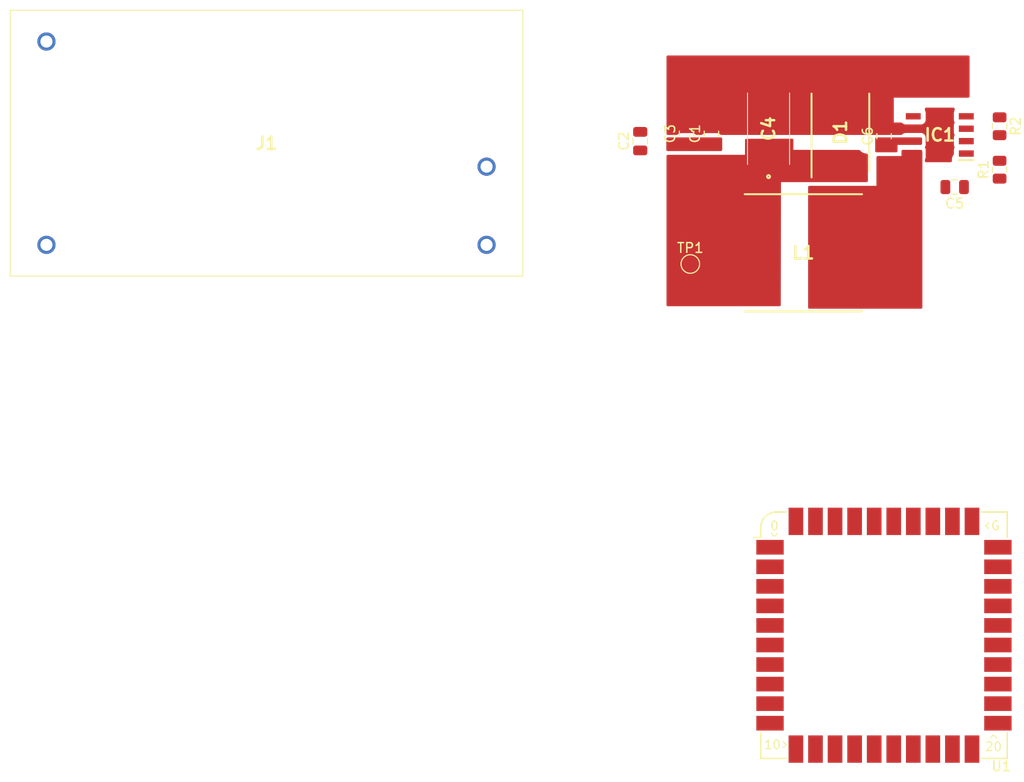
<source format=kicad_pcb>
(kicad_pcb (version 20211014) (generator pcbnew)
  (layers (0 "F.Cu" signal) (31 "B.Cu" signal) (34 "B.Paste" user) (35 "F.Paste" user) (36 "B.SilkS" user "B.Silkscreen") (37 "F.SilkS" user "F.Silkscreen") (38 "B.Mask" user) (39 "F.Mask" user) (44 "Edge.Cuts" user))
  (net 0 "")
  (net 1 "24V")
  (net 2 "GND")
  (net 3 "5V")
  (net 4 "Net-(C5-Pad1)")
  (net 5 "/5Vunf")
  (net 8 "Net-(IC1-Pad4)")
  (net 10 "L1")
  (net 11 "N")
  (footprint "SamacSys_Parts:SOIC127P600X170-9N" (layer "F.Cu") (at 151.137 77.955 180)
    (fp_text reference "IC1" (at 0 0) (layer "F.SilkS") (effects (font (size 1.27 1.27) (thickness 0.254))))
    (fp_text value "TPS5450DDA" hide)
    (fp_line (start -3.475 -2.58) (end -1.95 -2.58) (layer "F.SilkS") (width 0.2))
    (pad "1" smd rect locked (at -2.712 -1.905 270) (size 0.65 1.525) (layers "F.Cu" "F.Paste" "F.Mask") (net 4 "Net-(C5-Pad1)"))
    (pad "2" smd rect locked (at -2.712 -0.635 270) (size 0.65 1.525) (layers "F.Cu" "F.Paste" "F.Mask"))
    (pad "3" smd rect locked (at -2.712 0.635 270) (size 0.65 1.525) (layers "F.Cu" "F.Paste" "F.Mask"))
    (pad "4" smd rect locked (at -2.712 1.905 270) (size 0.65 1.525) (layers "F.Cu" "F.Paste" "F.Mask") (net 8 "Net-(IC1-Pad4)"))
    (pad "5" smd rect locked (at 2.712 1.905 270) (size 0.65 1.525) (layers "F.Cu" "F.Paste" "F.Mask"))
    (pad "6" smd rect locked (at 2.712 0.635 270) (size 0.65 1.525) (layers "F.Cu" "F.Paste" "F.Mask") (net 2 "GND"))
    (pad "7" smd rect locked (at 2.712 -0.635 270) (size 0.65 1.525) (layers "F.Cu" "F.Paste" "F.Mask") (net 1 "24V"))
    (pad "8" smd rect locked (at 2.712 -1.905 270) (size 0.65 1.525) (layers "F.Cu" "F.Paste" "F.Mask") (net 5 "/5Vunf"))
    (pad "9" smd rect locked (at 0 0 180) (size 2.6 3.1) (layers "F.Cu" "F.Paste" "F.Mask") (net 2 "GND"))
  )
  (footprint "Capacitor_SMD:C_0805_2012Metric" (layer "F.Cu") (at 127.789 77.828 90)
    (fp_text reference "C1" (at 0 -1.68 90) (layer "F.SilkS"))
    (fp_text value "4.7uF")
    (fp_line (start -0.261252 0.735) (end 0.261252 0.735) (layer "F.SilkS") (width 0.12))
    (fp_line (start -0.261252 -0.735) (end 0.261252 -0.735) (layer "F.SilkS") (width 0.12))
    (pad "1" smd roundrect (at -0.95 0 90) (size 1 1.45) (layers "F.Cu" "F.Paste" "F.Mask") (net 1 "24V"))
    (pad "2" smd roundrect (at 0.95 0 90) (size 1 1.45) (layers "F.Cu" "F.Paste" "F.Mask") (net 2 "GND"))
  )
  (footprint "SamacSys_Parts:DIOM7959X250N" (layer "F.Cu") (at 140.977 77.701 90)
    (fp_text reference "D1" (at 0 0 90) (layer "F.SilkS") (effects (font (size 1.27 1.27) (thickness 0.254))))
    (fp_text value "B540C" hide)
    (fp_line (start 3.97 -2.952) (end -4.6 -2.952) (layer "F.SilkS") (width 0.2))
    (fp_line (start -3.97 2.952) (end 3.97 2.952) (layer "F.SilkS") (width 0.2))
    (pad "1" smd rect locked (at -3.5 0 90) (size 2.2 3.1) (layers "F.Cu" "F.Paste" "F.Mask") (net 3 "5V"))
    (pad "2" smd rect locked (at 3.5 0 90) (size 2.2 3.1) (layers "F.Cu" "F.Paste" "F.Mask") (net 2 "GND"))
  )
  (footprint "Resistor_SMD:R_0805_2012Metric" (layer "F.Cu") (at 157.253 77.066 -90)
    (fp_text reference "R2" (at 0 -1.65 90) (layer "F.SilkS"))
    (fp_text value "10k")
    (fp_line (start -0.227064 0.735) (end 0.227064 0.735) (layer "F.SilkS") (width 0.12))
    (fp_line (start -0.227064 -0.735) (end 0.227064 -0.735) (layer "F.SilkS") (width 0.12))
    (pad "1" smd roundrect (at -0.9125 0 270) (size 1.025 1.4) (layers "F.Cu" "F.Paste" "F.Mask") (roundrect_rratio 0.243902439) (net 8 "Net-(IC1-Pad4)"))
    (pad "2" smd roundrect (at 0.9125 0 270) (size 1.025 1.4) (layers "F.Cu" "F.Paste" "F.Mask") (roundrect_rratio 0.243902439) (net 3 "5V"))
  )
  (footprint "TestPoint:TestPoint_Pad_D1.5mm" (layer "F.Cu") (at 125.63 91.16)
    (fp_text reference "TP1" (at 0 -1.648) (layer "F.SilkS"))
    (fp_text value "5V")
    (fp_circle (center 0 0) (end 0 0.95) (layer "F.SilkS") (width 0.12) (fill none))
    (pad "1" smd circle (at 0 0) (size 1.5 1.5) (layers "F.Cu" "F.Mask") (net 3 "5V"))
  )
  (footprint "Capacitor_SMD:C_0805_2012Metric" (layer "F.Cu") (at 120.51 78.59 90)
    (fp_text reference "C2" (at 0 -1.68 90) (layer "F.SilkS"))
    (fp_text value "0.01uF")
    (fp_line (start -0.261252 0.735) (end 0.261252 0.735) (layer "F.SilkS") (width 0.12))
    (fp_line (start -0.261252 -0.735) (end 0.261252 -0.735) (layer "F.SilkS") (width 0.12))
    (pad "1" smd roundrect (at -0.95 0 90) (size 1 1.45) (layers "F.Cu" "F.Paste" "F.Mask") (net 3 "5V"))
    (pad "2" smd roundrect (at 0.95 0 90) (size 1 1.45) (layers "F.Cu" "F.Paste" "F.Mask") (net 2 "GND"))
  )
  (footprint "SamacSys_Parts:INDPM120120X800N" (layer "F.Cu") (at 137.187 90.02 180)
    (fp_text reference "L1" (at 0 0) (layer "F.SilkS") (effects (font (size 1.27 1.27) (thickness 0.254))))
    (fp_text value "15uH" hide)
    (fp_line (start -6 6) (end 6 6) (layer "F.SilkS") (width 0.2))
    (fp_line (start 6 -6) (end -6 -6) (layer "F.SilkS") (width 0.2))
    (pad "1" smd rect locked (at -5.1 0 180) (size 3.15 5.1) (layers "F.Cu" "F.Paste" "F.Mask") (net 5 "/5Vunf"))
    (pad "2" smd rect locked (at 5.1 0 180) (size 3.15 5.1) (layers "F.Cu" "F.Paste" "F.Mask") (net 3 "5V"))
  )
  (footprint "Capacitor_SMD:C_0805_2012Metric" (layer "F.Cu") (at 152.661 83.289 180)
    (fp_text reference "C5" (at 0 -1.68) (layer "F.SilkS"))
    (fp_text value "0.01uF")
    (fp_line (start -0.261252 0.735) (end 0.261252 0.735) (layer "F.SilkS") (width 0.12))
    (fp_line (start -0.261252 -0.735) (end 0.261252 -0.735) (layer "F.SilkS") (width 0.12))
    (pad "1" smd roundrect (at -0.95 0 180) (size 1 1.45) (layers "F.Cu" "F.Paste" "F.Mask") (net 4 "Net-(C5-Pad1)"))
    (pad "2" smd roundrect (at 0.95 0 180) (size 1 1.45) (layers "F.Cu" "F.Paste" "F.Mask") (net 5 "/5Vunf"))
  )
  (footprint "SamacSys_Parts:MPM1524" (layer "F.Cu") (at 104.8 81.2 180)
    (fp_text reference "J1" (at 22.5 2.4) (layer "F.SilkS") (effects (font (size 1.27 1.27) (thickness 0.254))))
    (fp_text value "MPM-15-24" hide)
    (fp_line (start 48.7 16) (end -3.7 16) (layer "F.SilkS") (width 0.1))
    (fp_line (start 48.7 -11.2) (end 48.7 16) (layer "F.SilkS") (width 0.1))
    (fp_line (start -3.7 16) (end -3.7 -11.2) (layer "F.SilkS") (width 0.1))
    (fp_line (start -3.7 -11.2) (end 48.7 -11.2) (layer "F.SilkS") (width 0.1))
    (pad "1" thru_hole circle locked (at 0 0 180) (size 1.86 1.86) (drill 1.24) (layers *.Cu *.Mask) (net 1 "24V"))
    (pad "2" thru_hole circle locked (at 0 -8 180) (size 1.86 1.86) (drill 1.24) (layers *.Cu *.Mask) (net 2 "GND"))
    (pad "3" thru_hole circle locked (at 45 12.8 180) (size 1.86 1.86) (drill 1.24) (layers *.Cu *.Mask) (net 10 "L1"))
    (pad "4" thru_hole circle locked (at 45 -8 180) (size 1.86 1.86) (drill 1.24) (layers *.Cu *.Mask) (net 11 "N"))
  )
  (footprint "Capacitor_SMD:C_0805_2012Metric" (layer "F.Cu") (at 145.442 78.082 90)
    (fp_text reference "C6" (at 0 -1.68 90) (layer "F.SilkS"))
    (fp_text value "0.01uF")
    (fp_line (start -0.261252 0.735) (end 0.261252 0.735) (layer "F.SilkS") (width 0.12))
    (fp_line (start -0.261252 -0.735) (end 0.261252 -0.735) (layer "F.SilkS") (width 0.12))
    (pad "1" smd roundrect (at -0.95 0 90) (size 1 1.45) (layers "F.Cu" "F.Paste" "F.Mask") (net 1 "24V"))
    (pad "2" smd roundrect (at 0.95 0 90) (size 1 1.45) (layers "F.Cu" "F.Paste" "F.Mask") (net 2 "GND"))
  )
  (footprint "SamacSys_Parts:POSCAP_D12_D15_D15E_D2E_D2_D3L_D4" (layer "F.Cu") (at 133.631 77.32 90)
    (fp_text reference "C4" (at 0 0 90) (layer "F.SilkS") (effects (font (size 1.27 1.27) (thickness 0.254))))
    (fp_text value "330uF" hide)
    (fp_line (start 3.65 2.15) (end -3.65 2.15) (layer "F.SilkS") (width 0.1))
    (fp_line (start -3.65 -2.15) (end 3.65 -2.15) (layer "F.SilkS") (width 0.1))
    (fp_circle (center -4.9 0) (end -4.9 0.05) (layer "F.SilkS") (width 0.2) (fill none))
    (pad "1" smd rect locked (at -3.05 0 90) (size 2.4 2.9) (layers "F.Cu" "F.Paste" "F.Mask") (net 3 "5V"))
    (pad "2" smd rect locked (at 3.05 0 90) (size 2.4 2.9) (layers "F.Cu" "F.Paste" "F.Mask") (net 2 "GND"))
  )
  (footprint "Resistor_SMD:R_0805_2012Metric" (layer "F.Cu") (at 157.253 81.511 90)
    (fp_text reference "R1" (at 0 -1.65 90) (layer "F.SilkS"))
    (fp_text value "3.16k")
    (fp_line (start -0.227064 -0.735) (end 0.227064 -0.735) (layer "F.SilkS") (width 0.12))
    (fp_line (start -0.227064 0.735) (end 0.227064 0.735) (layer "F.SilkS") (width 0.12))
    (pad "1" smd roundrect (at -0.9125 0 90) (size 1.025 1.4) (layers "F.Cu" "F.Paste" "F.Mask") (roundrect_rratio 0.243902439) (net 2 "GND"))
    (pad "2" smd roundrect (at 0.9125 0 90) (size 1.025 1.4) (layers "F.Cu" "F.Paste" "F.Mask") (roundrect_rratio 0.243902439) (net 8 "Net-(IC1-Pad4)"))
  )
  (footprint "RP2040:RP2040_Stamp_SMD" (layer "F.Cu") (at 145.43 129.14)
    (fp_text reference "U1" (at 12 13.4 unlocked) (layer "F.SilkS"))
    (fp_text value "RP2040_Stamp")
    (fp_text user "10" (at -11.4 11.2 unlocked) (layer "F.SilkS") (effects (font (size 0.9 0.9) (thickness 0.12))))
    (fp_text user "G" (at 11.4 -11.2 unlocked) (layer "F.SilkS") (effects (font (size 0.9 0.9) (thickness 0.12))))
    (fp_text user "0" (at -11.2 -11.2 unlocked) (layer "F.SilkS") (effects (font (size 0.9 0.9) (thickness 0.12))))
    (fp_text user "20" (at 11.2 11.4 unlocked) (layer "F.SilkS") (effects (font (size 0.9 0.9) (thickness 0.12))))
    (fp_line (start -11.1 -12.6) (end -10 -12.6) (layer "F.SilkS") (width 0.15))
    (fp_line (start -12.6 -10) (end -13.3 -10) (layer "F.SilkS") (width 0.15))
    (fp_line (start 12.6 12.6) (end 10 12.6) (layer "F.SilkS") (width 0.15))
    (fp_line (start -10 12.6) (end -12.6 12.6) (layer "F.SilkS") (width 0.15))
    (fp_line (start 11.2 10.2) (end 10.9 10.5) (layer "F.SilkS") (width 0.12))
    (fp_line (start 10.4 -11.2) (end 10.7 -10.9) (layer "F.SilkS") (width 0.12))
    (fp_line (start 10 -12.6) (end 12.6 -12.6) (layer "F.SilkS") (width 0.15))
    (fp_line (start -11.5 -10.4) (end -11.2 -10.1) (layer "F.SilkS") (width 0.12))
    (fp_line (start 12.6 10) (end 12.6 12.6) (layer "F.SilkS") (width 0.15))
    (fp_line (start 11.5 10.5) (end 11.2 10.2) (layer "F.SilkS") (width 0.12))
    (fp_line (start -12.6 12.6) (end -12.6 10) (layer "F.SilkS") (width 0.15))
    (fp_line (start -10 11.2) (end -10.3 10.9) (layer "F.SilkS") (width 0.12))
    (fp_line (start -10.3 11.5) (end -10 11.2) (layer "F.SilkS") (width 0.12))
    (fp_line (start 12.6 -12.6) (end 12.6 -10) (layer "F.SilkS") (width 0.15))
    (fp_line (start 10.7 -11.5) (end 10.4 -11.2) (layer "F.SilkS") (width 0.12))
    (fp_line (start -12.6 -10) (end -12.6 -11.1) (layer "F.SilkS") (width 0.15))
    (fp_line (start -11.2 -10.1) (end -10.9 -10.4) (layer "F.SilkS") (width 0.12))
    (fp_arc (start -12.6 -11.1) (mid -12.129432 -12.129432) (end -11.1 -12.6) (layer "F.SilkS") (width 0.15))
    (pad "1" smd rect (at -11.65 -9) (size 2.8 1.5) (layers "F.Cu" "F.Paste" "F.Mask"))
    (pad "2" smd rect (at -11.65 -7) (size 2.8 1.5) (layers "F.Cu" "F.Paste" "F.Mask"))
    (pad "3" smd rect (at -11.65 -5) (size 2.8 1.5) (layers "F.Cu" "F.Paste" "F.Mask"))
    (pad "4" smd rect (at -11.65 -3) (size 2.8 1.5) (layers "F.Cu" "F.Paste" "F.Mask"))
    (pad "5" smd rect (at -11.65 -1) (size 2.8 1.5) (layers "F.Cu" "F.Paste" "F.Mask"))
    (pad "6" smd rect (at -11.65 1) (size 2.8 1.5) (layers "F.Cu" "F.Paste" "F.Mask"))
    (pad "7" smd rect (at -11.65 3) (size 2.8 1.5) (layers "F.Cu" "F.Paste" "F.Mask"))
    (pad "8" smd rect (at -11.65 5) (size 2.8 1.5) (layers "F.Cu" "F.Paste" "F.Mask"))
    (pad "9" smd rect (at -11.65 7) (size 2.8 1.5) (layers "F.Cu" "F.Paste" "F.Mask"))
    (pad "10" smd rect (at -11.65 9) (size 2.8 1.5) (layers "F.Cu" "F.Paste" "F.Mask"))
    (pad "11" smd rect (at -9 11.65 270) (size 2.8 1.5) (layers "F.Cu" "F.Paste" "F.Mask"))
    (pad "12" smd rect (at -7 11.65 270) (size 2.8 1.5) (layers "F.Cu" "F.Paste" "F.Mask"))
    (pad "13" smd rect (at -5 11.65 270) (size 2.8 1.5) (layers "F.Cu" "F.Paste" "F.Mask"))
    (pad "14" smd rect (at -3 11.65 270) (size 2.8 1.5) (layers "F.Cu" "F.Paste" "F.Mask"))
    (pad "15" smd rect (at -1 11.65 270) (size 2.8 1.5) (layers "F.Cu" "F.Paste" "F.Mask"))
    (pad "16" smd rect (at 1 11.65 270) (size 2.8 1.5) (layers "F.Cu" "F.Paste" "F.Mask"))
    (pad "17" smd rect (at 3 11.65 270) (size 2.8 1.5) (layers "F.Cu" "F.Paste" "F.Mask"))
    (pad "18" smd rect (at 5 11.65 270) (size 2.8 1.5) (layers "F.Cu" "F.Paste" "F.Mask"))
    (pad "19" smd rect (at 7 11.65 270) (size 2.8 1.5) (layers "F.Cu" "F.Paste" "F.Mask"))
    (pad "20" smd rect (at 9 11.65 270) (size 2.8 1.5) (layers "F.Cu" "F.Paste" "F.Mask"))
    (pad "21" smd rect (at 11.65 9) (size 2.8 1.5) (layers "F.Cu" "F.Paste" "F.Mask"))
    (pad "22" smd rect (at 11.65 7) (size 2.8 1.5) (layers "F.Cu" "F.Paste" "F.Mask"))
    (pad "23" smd rect (at 11.65 5) (size 2.8 1.5) (layers "F.Cu" "F.Paste" "F.Mask"))
    (pad "24" smd rect (at 11.65 3) (size 2.8 1.5) (layers "F.Cu" "F.Paste" "F.Mask"))
    (pad "25" smd rect (at 11.65 1) (size 2.8 1.5) (layers "F.Cu" "F.Paste" "F.Mask"))
    (pad "26" smd rect (at 11.65 -1) (size 2.8 1.5) (layers "F.Cu" "F.Paste" "F.Mask"))
    (pad "27" smd rect (at 11.65 -3) (size 2.8 1.5) (layers "F.Cu" "F.Paste" "F.Mask"))
    (pad "28" smd rect (at 11.65 -5) (size 2.8 1.5) (layers "F.Cu" "F.Paste" "F.Mask"))
    (pad "29" smd rect (at 11.65 -7) (size 2.8 1.5) (layers "F.Cu" "F.Paste" "F.Mask"))
    (pad "30" smd rect (at 11.65 -9) (size 2.8 1.5) (layers "F.Cu" "F.Paste" "F.Mask"))
    (pad "31" smd rect (at 9 -11.65 270) (size 2.8 1.5) (layers "F.Cu" "F.Paste" "F.Mask"))
    (pad "32" smd rect (at 7 -11.65 270) (size 2.8 1.5) (layers "F.Cu" "F.Paste" "F.Mask"))
    (pad "33" smd rect (at 5 -11.65 270) (size 2.8 1.5) (layers "F.Cu" "F.Paste" "F.Mask"))
    (pad "34" smd rect (at 3 -11.65 270) (size 2.8 1.5) (layers "F.Cu" "F.Paste" "F.Mask"))
    (pad "35" smd rect (at 1 -11.65 270) (size 2.8 1.5) (layers "F.Cu" "F.Paste" "F.Mask"))
    (pad "36" smd rect (at -1 -11.65 270) (size 2.8 1.5) (layers "F.Cu" "F.Paste" "F.Mask"))
    (pad "37" smd rect (at -3 -11.65 270) (size 2.8 1.5) (layers "F.Cu" "F.Paste" "F.Mask"))
    (pad "38" smd rect (at -5 -11.65 270) (size 2.8 1.5) (layers "F.Cu" "F.Paste" "F.Mask"))
    (pad "39" smd rect (at -7 -11.65 270) (size 2.8 1.5) (layers "F.Cu" "F.Paste" "F.Mask"))
    (pad "40" smd rect (at -9 -11.65 270) (size 2.8 1.5) (layers "F.Cu" "F.Paste" "F.Mask"))
  )
  (footprint "Capacitor_SMD:C_0805_2012Metric" (layer "F.Cu") (at 125.249 77.828 90)
    (fp_text reference "C3" (at 0 -1.68 90) (layer "F.SilkS"))
    (fp_text value "4.7uF")
    (fp_line (start -0.261252 0.735) (end 0.261252 0.735) (layer "F.SilkS") (width 0.12))
    (fp_line (start -0.261252 -0.735) (end 0.261252 -0.735) (layer "F.SilkS") (width 0.12))
    (pad "1" smd roundrect (at -0.95 0 90) (size 1 1.45) (layers "F.Cu" "F.Paste" "F.Mask") (net 1 "24V"))
    (pad "2" smd roundrect (at 0.95 0 90) (size 1 1.45) (layers "F.Cu" "F.Paste" "F.Mask") (net 2 "GND"))
  )
  (zone (net 5) (net_name "/5Vunf") (layer "F.Cu") (connect_pads yes (clearance 0.508)) (min_thickness 0.254) (fill yes (thermal_gap 0.508) (thermal_bridge_width 0.508))
    (polygon (pts (xy 137.675 83.162) (xy 144.66 83.162) (xy 144.66 80.114) (xy 147.22 80.114) (xy 147.22 79.479) (xy 149.359 79.479) (xy 149.359 84.686) (xy 149.359 95.735) (xy 137.675 95.735)))
  )
  (zone (net 1) (net_name "24V") (layer "F.Cu") (connect_pads yes (clearance 0.508)) (min_thickness 0.254) (fill yes (thermal_gap 0.508) (thermal_bridge_width 0.508))
    (polygon (pts (xy 123.177 78.209) (xy 128.892 78.209) (xy 128.892 79.606) (xy 123.177 79.606)))
  )
  (zone (net 3) (net_name "5V") (layer "F.Cu") (connect_pads yes (clearance 0.508)) (min_thickness 0.254) (fill yes (thermal_gap 0.508) (thermal_bridge_width 0.508))
    (polygon (pts (xy 123.197 79.987) (xy 131.218 79.987) (xy 131.228352 78.349313) (xy 136.171 78.336) (xy 136.171 79.479) (xy 143.781352 79.492313) (xy 143.791 82.781) (xy 134.901 82.781) (xy 134.881 95.481) (xy 123.197 95.481)))
  )
  (zone (net 1) (net_name "24V") (layer "F.Cu") (connect_pads yes (clearance 0.508)) (min_thickness 0.254) (fill yes (thermal_gap 0.508) (thermal_bridge_width 0.508))
    (polygon (pts (xy 144.533 78.209) (xy 149.359 78.209) (xy 149.359 78.971) (xy 146.819 78.971) (xy 146.819 79.733) (xy 144.533 79.733)))
  )
  (zone (net 2) (net_name "GND") (layer "F.Cu") (connect_pads yes (clearance 0.508)) (min_thickness 0.254) (fill yes (thermal_gap 0.508) (thermal_bridge_width 0.508))
    (polygon (pts (xy 149.613 77.955) (xy 123.197 77.955) (xy 123.197 69.827) (xy 154.185 69.827) (xy 154.185 74.145) (xy 152.915 74.145) (xy 146.438 74.145) (xy 146.438 76.685) (xy 149.613 76.685) (xy 149.613 75.161) (xy 152.661 75.161) (xy 152.661 80.749) (xy 149.613 80.749)))
  )
)
</source>
